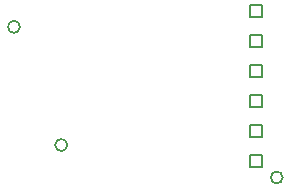
<source format=gbr>
%TF.GenerationSoftware,Altium Limited,Altium Designer,21.2.1 (34)*%
G04 Layer_Color=2752767*
%FSLAX26Y26*%
%MOIN*%
%TF.SameCoordinates,A0A043E5-24E2-464B-A4FE-AC519CE3A301*%
%TF.FilePolarity,Positive*%
%TF.FileFunction,Drawing*%
%TF.Part,Single*%
G01*
G75*
%TA.AperFunction,NonConductor*%
%ADD25C,0.005000*%
%ADD33C,0.006667*%
D25*
X1279213Y202441D02*
Y242441D01*
X1319213D01*
Y202441D01*
X1279213D01*
Y302441D02*
Y342441D01*
X1319213D01*
Y302441D01*
X1279213D01*
Y402441D02*
Y442441D01*
X1319213D01*
Y402441D01*
X1279213D01*
Y502441D02*
Y542441D01*
X1319213D01*
Y502441D01*
X1279213D01*
Y602441D02*
Y642441D01*
X1319213D01*
Y602441D01*
X1279213D01*
Y702441D02*
Y742441D01*
X1319213D01*
Y702441D01*
X1279213D01*
D33*
X1388110Y167323D02*
G03*
X1388110Y167323I-20000J0D01*
G01*
X669606Y275591D02*
G03*
X669606Y275591I-20000J0D01*
G01*
X512126Y669291D02*
G03*
X512126Y669291I-20000J0D01*
G01*
%TF.MD5,fb054015683b5abce122658346d87f77*%
M02*

</source>
